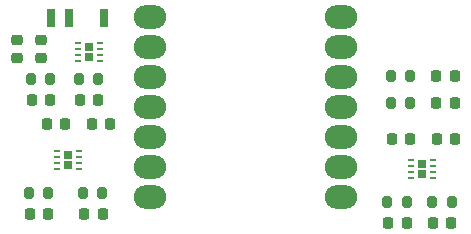
<source format=gbr>
%TF.GenerationSoftware,KiCad,Pcbnew,(7.0.0)*%
%TF.CreationDate,2023-02-21T16:48:07-06:00*%
%TF.ProjectId,stick-and-slip_v1,73746963-6b2d-4616-9e64-2d736c69705f,rev?*%
%TF.SameCoordinates,Original*%
%TF.FileFunction,Paste,Top*%
%TF.FilePolarity,Positive*%
%FSLAX46Y46*%
G04 Gerber Fmt 4.6, Leading zero omitted, Abs format (unit mm)*
G04 Created by KiCad (PCBNEW (7.0.0)) date 2023-02-21 16:48:07*
%MOMM*%
%LPD*%
G01*
G04 APERTURE LIST*
G04 Aperture macros list*
%AMRoundRect*
0 Rectangle with rounded corners*
0 $1 Rounding radius*
0 $2 $3 $4 $5 $6 $7 $8 $9 X,Y pos of 4 corners*
0 Add a 4 corners polygon primitive as box body*
4,1,4,$2,$3,$4,$5,$6,$7,$8,$9,$2,$3,0*
0 Add four circle primitives for the rounded corners*
1,1,$1+$1,$2,$3*
1,1,$1+$1,$4,$5*
1,1,$1+$1,$6,$7*
1,1,$1+$1,$8,$9*
0 Add four rect primitives between the rounded corners*
20,1,$1+$1,$2,$3,$4,$5,0*
20,1,$1+$1,$4,$5,$6,$7,0*
20,1,$1+$1,$6,$7,$8,$9,0*
20,1,$1+$1,$8,$9,$2,$3,0*%
G04 Aperture macros list end*
%ADD10RoundRect,1.000000X-0.375000X0.000000X0.375000X0.000000X0.375000X0.000000X-0.375000X0.000000X0*%
%ADD11R,0.700000X1.500000*%
%ADD12RoundRect,0.218750X0.218750X0.256250X-0.218750X0.256250X-0.218750X-0.256250X0.218750X-0.256250X0*%
%ADD13R,0.750000X0.650000*%
%ADD14R,0.500000X0.250000*%
%ADD15RoundRect,0.200000X-0.200000X-0.275000X0.200000X-0.275000X0.200000X0.275000X-0.200000X0.275000X0*%
%ADD16RoundRect,0.200000X0.200000X0.275000X-0.200000X0.275000X-0.200000X-0.275000X0.200000X-0.275000X0*%
%ADD17RoundRect,0.218750X-0.218750X-0.256250X0.218750X-0.256250X0.218750X0.256250X-0.218750X0.256250X0*%
%ADD18RoundRect,0.225000X0.250000X-0.225000X0.250000X0.225000X-0.250000X0.225000X-0.250000X-0.225000X0*%
%ADD19RoundRect,0.225000X-0.225000X-0.250000X0.225000X-0.250000X0.225000X0.250000X-0.225000X0.250000X0*%
G04 APERTURE END LIST*
D10*
%TO.C,U1*%
X46321000Y-66913250D03*
X46321000Y-64373250D03*
X46321000Y-61833250D03*
X46321000Y-59293250D03*
X46321000Y-56753250D03*
X46321000Y-54213250D03*
X46321000Y-51673250D03*
X62486000Y-66913250D03*
X62486000Y-64373250D03*
X62486000Y-61833250D03*
X62486000Y-59293250D03*
X62486000Y-56753250D03*
X62486000Y-54213250D03*
X62486000Y-51673250D03*
%TD*%
D11*
%TO.C,S1*%
X37968999Y-51787999D03*
X39468999Y-51787999D03*
X42468999Y-51787999D03*
%TD*%
D12*
%TO.C,D8*%
X41961000Y-58674000D03*
X40386000Y-58674000D03*
%TD*%
D13*
%TO.C,U4*%
X41147999Y-55009999D03*
X41147999Y-54209999D03*
D14*
X40197999Y-53859999D03*
X40197999Y-54359999D03*
X40197999Y-54859999D03*
X40197999Y-55359999D03*
X42097999Y-55359999D03*
X42097999Y-54859999D03*
X42097999Y-54359999D03*
X42097999Y-53859999D03*
%TD*%
D13*
%TO.C,U3*%
X39369999Y-64153999D03*
X39369999Y-63353999D03*
D14*
X38419999Y-63003999D03*
X38419999Y-63503999D03*
X38419999Y-64003999D03*
X38419999Y-64503999D03*
X40319999Y-64503999D03*
X40319999Y-64003999D03*
X40319999Y-63503999D03*
X40319999Y-63003999D03*
%TD*%
D13*
%TO.C,U2*%
X69341999Y-64115999D03*
X69341999Y-64915999D03*
D14*
X70291999Y-65265999D03*
X70291999Y-64765999D03*
X70291999Y-64265999D03*
X70291999Y-63765999D03*
X68391999Y-63765999D03*
X68391999Y-64265999D03*
X68391999Y-64765999D03*
X68391999Y-65265999D03*
%TD*%
D15*
%TO.C,R8*%
X40311000Y-56896000D03*
X41961000Y-56896000D03*
%TD*%
D16*
%TO.C,R7*%
X37897000Y-56896000D03*
X36247000Y-56896000D03*
%TD*%
D15*
%TO.C,R6*%
X42290000Y-66548000D03*
X40640000Y-66548000D03*
%TD*%
D16*
%TO.C,R5*%
X37718000Y-66548000D03*
X36068000Y-66548000D03*
%TD*%
D15*
%TO.C,R4*%
X71882000Y-67310000D03*
X70232000Y-67310000D03*
%TD*%
D16*
%TO.C,R3*%
X68072000Y-67310000D03*
X66422000Y-67310000D03*
%TD*%
%TO.C,R2*%
X66727000Y-58928000D03*
X68377000Y-58928000D03*
%TD*%
%TO.C,R1*%
X68377000Y-56642000D03*
X66727000Y-56642000D03*
%TD*%
D17*
%TO.C,D7*%
X37897000Y-58674000D03*
X36322000Y-58674000D03*
%TD*%
D12*
%TO.C,D6*%
X42341000Y-68326000D03*
X40766000Y-68326000D03*
%TD*%
D17*
%TO.C,D5*%
X36143000Y-68326000D03*
X37718000Y-68326000D03*
%TD*%
D12*
%TO.C,D4*%
X71831000Y-69088000D03*
X70256000Y-69088000D03*
%TD*%
D17*
%TO.C,D3*%
X68072000Y-69088000D03*
X66497000Y-69088000D03*
%TD*%
D12*
%TO.C,D2*%
X72136000Y-58928000D03*
X70561000Y-58928000D03*
%TD*%
%TO.C,D1*%
X70561000Y-56642000D03*
X72136000Y-56642000D03*
%TD*%
D18*
%TO.C,C6*%
X35052000Y-55144000D03*
X35052000Y-53594000D03*
%TD*%
%TO.C,C5*%
X37084000Y-55131000D03*
X37084000Y-53581000D03*
%TD*%
D19*
%TO.C,C4*%
X39116000Y-60706000D03*
X37566000Y-60706000D03*
%TD*%
%TO.C,C3*%
X42926000Y-60706000D03*
X41376000Y-60706000D03*
%TD*%
%TO.C,C2*%
X68326000Y-61976000D03*
X66776000Y-61976000D03*
%TD*%
%TO.C,C1*%
X72136000Y-61976000D03*
X70586000Y-61976000D03*
%TD*%
M02*

</source>
